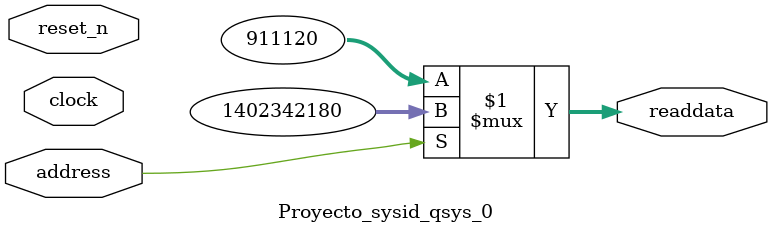
<source format=v>

`timescale 1ns / 1ps
// synthesis translate_on

// turn off superfluous verilog processor warnings 
// altera message_level Level1 
// altera message_off 10034 10035 10036 10037 10230 10240 10030 

module Proyecto_sysid_qsys_0 (
               // inputs:
                address,
                clock,
                reset_n,

               // outputs:
                readdata
             )
;

  output  [ 31: 0] readdata;
  input            address;
  input            clock;
  input            reset_n;

  wire    [ 31: 0] readdata;
  //control_slave, which is an e_avalon_slave
  assign readdata = address ? 1402342180 : 911120;

endmodule




</source>
